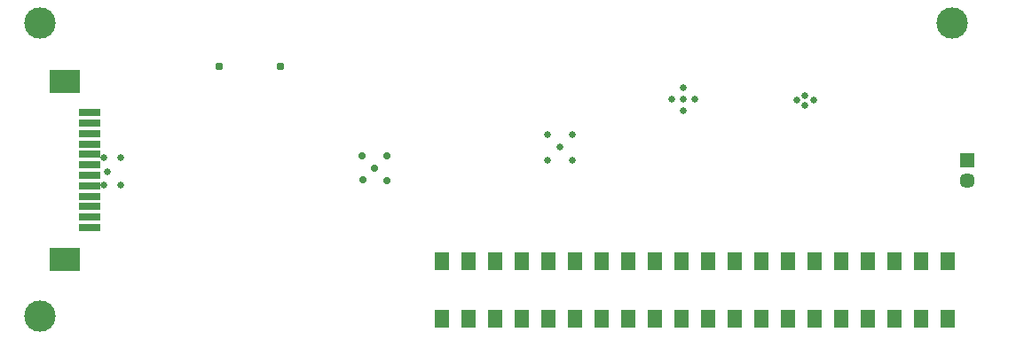
<source format=gbs>
G04*
G04 #@! TF.GenerationSoftware,Altium Limited,CircuitStudio,1.5.2 (30)*
G04*
G04 Layer_Color=8150272*
%FSLAX44Y44*%
%MOMM*%
G71*
G01*
G75*
%ADD150C,3.0000*%
%ADD163C,0.1400*%
%ADD164C,0.7900*%
%ADD165C,1.4480*%
%ADD166R,1.4480X1.4480*%
%ADD167C,0.6400*%
%ADD168C,0.7400*%
%ADD169R,2.0400X0.7400*%
%ADD170R,2.9400X2.2400*%
%ADD171R,1.4100X1.7400*%
D150*
X1103037Y856936D02*
D03*
X233037Y576936D02*
D03*
Y856936D02*
D03*
D163*
X933037Y656936D02*
D03*
X1148037Y601936D02*
D03*
Y831936D02*
D03*
X568037D02*
D03*
Y601936D02*
D03*
X1099037Y589036D02*
D03*
Y614436D02*
D03*
X1073637Y589036D02*
D03*
Y614436D02*
D03*
X1048237Y589036D02*
D03*
Y614436D02*
D03*
X1022837Y589036D02*
D03*
Y614436D02*
D03*
X997437Y589036D02*
D03*
Y614436D02*
D03*
X972037Y589036D02*
D03*
Y614436D02*
D03*
X946637Y589036D02*
D03*
Y614436D02*
D03*
X921237Y589036D02*
D03*
Y614436D02*
D03*
X895837Y589036D02*
D03*
Y614436D02*
D03*
X870437Y589036D02*
D03*
Y614436D02*
D03*
X845037Y589036D02*
D03*
Y614436D02*
D03*
X819637Y589036D02*
D03*
Y614436D02*
D03*
X794237Y589036D02*
D03*
Y614436D02*
D03*
X768837Y589036D02*
D03*
Y614436D02*
D03*
X743437Y589036D02*
D03*
Y614436D02*
D03*
X718037Y589036D02*
D03*
Y614436D02*
D03*
X692637Y589036D02*
D03*
Y614436D02*
D03*
X667237Y589036D02*
D03*
Y614436D02*
D03*
X641837Y589036D02*
D03*
Y614436D02*
D03*
X616437Y589036D02*
D03*
Y614436D02*
D03*
D164*
X462038Y815636D02*
D03*
X404238D02*
D03*
D165*
X1118037Y706436D02*
D03*
D166*
Y726436D02*
D03*
D167*
X955037Y783436D02*
D03*
X963037Y787936D02*
D03*
Y778936D02*
D03*
X971037Y783436D02*
D03*
X717037Y750436D02*
D03*
X741037D02*
D03*
Y726436D02*
D03*
X717037D02*
D03*
X729036Y738435D02*
D03*
X847037Y773436D02*
D03*
X858037Y784436D02*
D03*
X836037D02*
D03*
X847037D02*
D03*
Y795436D02*
D03*
X297036Y715436D02*
D03*
X310037Y702436D02*
D03*
Y728436D02*
D03*
X294187Y728386D02*
D03*
X294087Y702236D02*
D03*
D168*
X540037Y730436D02*
D03*
X564037D02*
D03*
X541128Y707526D02*
D03*
X552036Y718435D02*
D03*
X564037Y706436D02*
D03*
D169*
X279887Y661636D02*
D03*
Y671636D02*
D03*
Y681636D02*
D03*
Y691636D02*
D03*
Y701636D02*
D03*
Y711636D02*
D03*
Y721636D02*
D03*
Y731636D02*
D03*
Y741636D02*
D03*
Y751636D02*
D03*
Y761636D02*
D03*
Y771636D02*
D03*
D170*
X256387Y631636D02*
D03*
Y801636D02*
D03*
D171*
X1099037Y629336D02*
D03*
Y574136D02*
D03*
X1073637Y629336D02*
D03*
Y574136D02*
D03*
X1048237Y629336D02*
D03*
Y574136D02*
D03*
X1022837Y629336D02*
D03*
Y574136D02*
D03*
X997437Y629336D02*
D03*
Y574136D02*
D03*
X972037Y629336D02*
D03*
Y574136D02*
D03*
X946637Y629336D02*
D03*
Y574136D02*
D03*
X921237Y629336D02*
D03*
Y574136D02*
D03*
X895837Y629336D02*
D03*
Y574136D02*
D03*
X870437Y629336D02*
D03*
Y574136D02*
D03*
X845037Y629336D02*
D03*
Y574136D02*
D03*
X819637Y629336D02*
D03*
Y574136D02*
D03*
X794237Y629336D02*
D03*
Y574136D02*
D03*
X768837Y629336D02*
D03*
Y574136D02*
D03*
X743437Y629336D02*
D03*
Y574136D02*
D03*
X718037Y629336D02*
D03*
Y574136D02*
D03*
X692637Y629336D02*
D03*
Y574136D02*
D03*
X667237Y629336D02*
D03*
Y574136D02*
D03*
X641837Y629336D02*
D03*
Y574136D02*
D03*
X616437Y629336D02*
D03*
Y574136D02*
D03*
M02*

</source>
